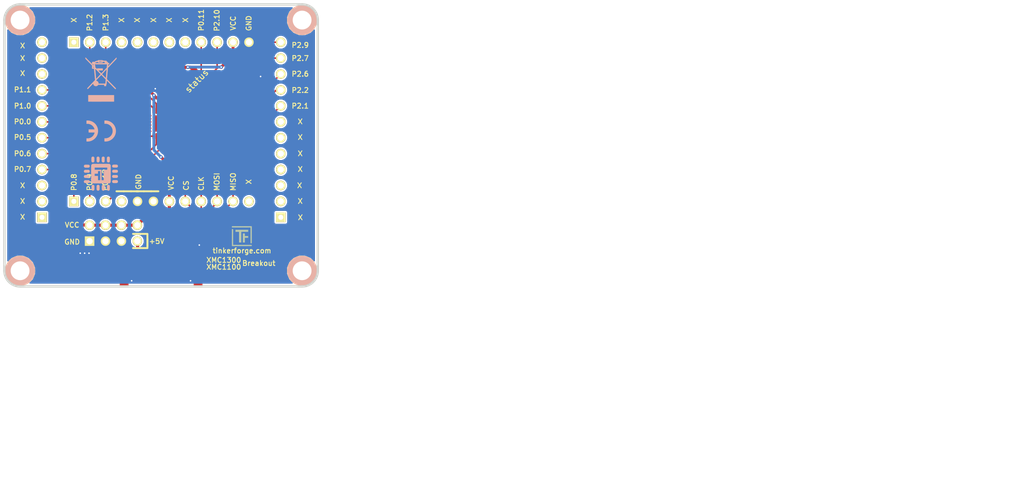
<source format=kicad_pcb>
(kicad_pcb (version 4) (host pcbnew 4.0.2+dfsg1-stable)
  (title_block (title "XMC1400 Breakout Board") (date 2017-02-07) (rev 1.0) (company "Tinkerforge GmbH") (comment 1 "Licensed under CERN OHL v.1.1") (comment 2 "Copyright (©) 2017, B.Nordmeyer <bastian@tinkerforge.com>"))
  (layers (0 Vorderseite signal) (31 Rückseite signal hide) (34 B.Paste user) (35 F.Paste user) (36 B.SilkS user) (37 F.SilkS user) (38 B.Mask user) (39 F.Mask user) (44 Edge.Cuts user))
  (net 0 "")
  (net 1 GND)
  (net 2 VCC)
  (net 3 "Net-(D3-Pad2)")
  (net 4 S-MISO)
  (net 5 S-MOSI)
  (net 6 S-CLK)
  (net 7 S-CS)
  (net 8 Pin13)
  (net 9 Pin14)
  (net 10 Pin15)
  (net 11 Pin16)
  (net 12 Pin21)
  (net 13 Pin22)
  (net 14 Pin1)
  (net 15 Pin12)
  (net 16 Pin11)
  (net 17 Pin10)
  (net 18 Pin9)
  (net 19 Pin8)
  (net 20 Pin7)
  (net 21 Pin6)
  (net 22 Pin5)
  (net 23 Pin4)
  (net 24 Pin3)
  (net 25 Pin2)
  (net 26 Pin48)
  (net 27 Pin39)
  (net 28 Pin40)
  (net 29 Pin43)
  (net 30 Pin44)
  (net 31 Pin45)
  (net 32 Pin46)
  (net 33 Pin47)
  (net 34 Pin41)
  (net 35 Pin42)
  (net 36 Pin29)
  (net 37 Pin30)
  (net 38 Pin31)
  (net 39 Pin32)
  (net 40 Pin33)
  (net 41 Pin34)
  (net 42 Pin35)
  (net 43 Pin36)
  (net 44 Pin26)
  (net 45 +5V)
  (net 46 "Net-(C3-Pad2)")
  (net 47 "Net-(P1-Pad4)")
  (net 48 "Net-(P1-Pad5)")
  (net 49 "Net-(P1-Pad6)")
  (net 50 "Net-(P6-Pad3)")
  (net 51 "Net-(P6-Pad4)")
  (module kicad-libraries:SolderJumper (layer Vorderseite) (at 161.175 95.675 270)
    (fp_text reference P2)
    (fp_text value BOOT)
    (pad 2 smd rect (at 0.55 0 270) (size 0.3 1.4) (layers Vorderseite F.Mask) (net 41 Pin34))
    (pad 2 smd rect (at 0.15 0 270) (size 0.6 0.5) (layers Vorderseite F.Mask) (net 41 Pin34))
    (pad 1 smd rect (at -0.5 0 270) (size 0.4 1.4) (layers Vorderseite F.Mask) (net 1 GND))
    (pad 1 smd rect (at -0.225 0.55 270) (size 0.95 0.3) (layers Vorderseite F.Mask) (net 1 GND))
    (pad 1 smd rect (at -0.225 -0.55 270) (size 0.95 0.3) (layers Vorderseite F.Mask) (net 1 GND))
  )
  (module kicad-libraries:Logo_CoMCU (layer Rückseite) (at 135.7 110.1 180)
    (fp_text reference G*** hide)
    (fp_text value LOGO hide)
  )
  (module kicad-libraries:Fiducial_Mark (layer Vorderseite) (at 131 93)
    (fp_text reference Fiducial_Mark hide)
    (fp_text value VAL** hide)
    (pad 1 smd circle (at 0 0) (size 1.00076 1.00076) (layers Vorderseite F.Paste F.Mask) (clearance 0.65024))
  )
  (module kicad-libraries:Fiducial_Mark (layer Vorderseite) (at 163 86)
    (fp_text reference Fiducial_Mark hide)
    (fp_text value VAL** hide)
    (pad 1 smd circle (at 0 0) (size 1.00076 1.00076) (layers Vorderseite F.Paste F.Mask) (clearance 0.65024))
  )
  (module kicad-libraries:Fiducial_Mark (layer Vorderseite) (at 128 120)
    (fp_text reference Fiducial_Mark hide)
    (fp_text value VAL** hide)
    (pad 1 smd circle (at 0 0) (size 1.00076 1.00076) (layers Vorderseite F.Paste F.Mask) (clearance 0.65024))
  )
  (module kicad-libraries:CE_5mm (layer Rückseite) (at 135.7 103.3 180)
    (fp_text reference VAL hide)
    (fp_text value CE_5mm hide)
  )
  (module kicad-libraries:WEEE_7mm_back (layer Rückseite) (at 135.7 95.1)
    (fp_text reference VAL hide)
    (fp_text value WEEE_7mm_back hide)
  )
  (module kicad-libraries:Logo_31x31 (layer Vorderseite) (at 156.6 118.5)
    (fp_text reference G*** hide)
    (fp_text value Logo_31x31 hide)
  )
  (module C0603F (layer Vorderseite) (at 137.5 124.6 270)
    (fp_text reference C1)
    (fp_text value 10uF)
    (pad 1 smd rect (at -0.75 0 270) (size 0.9 0.9) (layers Vorderseite F.Paste F.Mask) (net 1 GND))
    (pad 2 smd rect (at 0.75 0 270) (size 0.9 0.9) (layers Vorderseite F.Paste F.Mask) (net 2 VCC))
  )
  (module C0603F (layer Vorderseite) (at 133.1 124.6 270)
    (fp_text reference C2)
    (fp_text value 1uF)
    (pad 1 smd rect (at -0.75 0 270) (size 0.9 0.9) (layers Vorderseite F.Paste F.Mask) (net 1 GND))
    (pad 2 smd rect (at 0.75 0 270) (size 0.9 0.9) (layers Vorderseite F.Paste F.Mask) (net 2 VCC))
  )
  (module D0603E (layer Vorderseite) (at 149.95 94.3 225)
    (fp_text reference D3)
    (fp_text value blue)
    (pad 1 smd rect (at -0.8501 0 225) (size 1.1 1) (layers Vorderseite F.Paste F.Mask) (net 2 VCC))
    (pad 2 smd rect (at 0.8501 0 225) (size 1.1 1) (layers Vorderseite F.Paste F.Mask) (net 3 "Net-(D3-Pad2)"))
  )
  (module CON-SENSOR2 (layer Vorderseite) (at 145.3 128.1)
    (fp_text reference P1)
    (fp_text value CON-SENSOR2)
    (pad 1 smd rect (at -3.75 -4.6) (size 0.6 1.8) (layers Vorderseite F.Paste F.Mask) (net 45 +5V))
    (pad 2 smd rect (at -2.5 -4.6) (size 0.6 1.8) (layers Vorderseite F.Paste F.Mask) (net 1 GND))
    (pad EP smd rect (at -5.9 -1.2) (size 1.4 2.4) (layers Vorderseite F.Paste F.Mask) (net 1 GND))
    (pad EP smd rect (at 5.9 -1.2) (size 1.4 2.4) (layers Vorderseite F.Paste F.Mask) (net 1 GND))
    (pad 3 smd rect (at -1.25 -4.6) (size 0.6 1.8) (layers Vorderseite F.Paste F.Mask) (net 2 VCC))
    (pad 4 smd rect (at 0 -4.6) (size 0.6 1.8) (layers Vorderseite F.Paste F.Mask) (net 47 "Net-(P1-Pad4)"))
    (pad 5 smd rect (at 1.25 -4.6) (size 0.6 1.8) (layers Vorderseite F.Paste F.Mask) (net 48 "Net-(P1-Pad5)"))
    (pad 6 smd rect (at 2.5 -4.6) (size 0.6 1.8) (layers Vorderseite F.Paste F.Mask) (net 49 "Net-(P1-Pad6)"))
    (pad 7 smd rect (at 3.75 -4.6) (size 0.6 1.8) (layers Vorderseite F.Paste F.Mask) (net 46 "Net-(C3-Pad2)"))
  )
  (module R0603F (layer Vorderseite) (at 147.8 96.475 45)
    (fp_text reference R1)
    (fp_text value 1k)
    (pad 1 smd rect (at -0.75 0 45) (size 0.9 0.9) (layers Vorderseite F.Paste F.Mask) (net 28 Pin40))
    (pad 2 smd rect (at 0.75 0 45) (size 0.9 0.9) (layers Vorderseite F.Paste F.Mask) (net 3 "Net-(D3-Pad2)"))
  )
  (module DRILL_NP (layer Vorderseite) (at 122.8 85.6 270)
    (fp_text reference U2 hide)
    (fp_text value DRILL hide)
    (pad "" np_thru_hole circle (at 0 0 270) (size 2.99974 2.99974) (drill 2.99974) (layers *.Cu *.Mask F.SilkS) (clearance 0.89916))
  )
  (module DRILL_NP (layer Vorderseite) (at 122.8 125.6 90)
    (fp_text reference U3 hide)
    (fp_text value DRILL hide)
    (pad "" np_thru_hole circle (at 0 0 90) (size 2.99974 2.99974) (drill 2.99974) (layers *.Cu *.Mask F.SilkS) (clearance 0.89916))
  )
  (module DRILL_NP (layer Vorderseite) (at 167.8 125.6 90)
    (fp_text reference U4 hide)
    (fp_text value DRILL hide)
    (pad "" np_thru_hole circle (at 0 0 90) (size 2.99974 2.99974) (drill 2.99974) (layers *.Cu *.Mask F.SilkS) (clearance 0.89916))
  )
  (module DRILL_NP (layer Vorderseite) (at 167.8 85.6)
    (fp_text reference U5 hide)
    (fp_text value DRILL hide)
    (pad "" np_thru_hole circle (at 0 0) (size 2.99974 2.99974) (drill 2.99974) (layers *.Cu *.Mask F.SilkS) (clearance 0.89916))
  )
  (module kicad-libraries:pin_array_12 (layer Vorderseite) (at 145.35 89.13)
    (fp_text reference P3)
    (fp_text value CONN_01X12)
    (pad 1 thru_hole rect (at -13.97 0) (size 1.524 1.524) (drill 0.8128) (layers *.Cu *.Mask F.SilkS) (net 26 Pin48))
    (pad 2 thru_hole circle (at -11.43 0) (size 1.524 1.524) (drill 1.016) (layers *.Cu *.Mask F.SilkS) (net 33 Pin47))
    (pad 3 thru_hole circle (at -8.89 0) (size 1.524 1.524) (drill 1.016) (layers *.Cu *.Mask F.SilkS) (net 32 Pin46))
    (pad 4 thru_hole circle (at -6.35 0) (size 1.524 1.524) (drill 1.016) (layers *.Cu *.Mask F.SilkS) (net 31 Pin45))
    (pad 5 thru_hole circle (at -3.81 0) (size 1.524 1.524) (drill 1.016) (layers *.Cu *.Mask F.SilkS) (net 30 Pin44))
    (pad 6 thru_hole circle (at -1.27 0) (size 1.524 1.524) (drill 1.016) (layers *.Cu *.Mask F.SilkS) (net 29 Pin43))
    (pad 7 thru_hole circle (at 1.27 0) (size 1.524 1.524) (drill 1.016) (layers *.Cu *.Mask F.SilkS) (net 35 Pin42))
    (pad 8 thru_hole circle (at 3.81 0) (size 1.524 1.524) (drill 1.016) (layers *.Cu *.Mask F.SilkS) (net 34 Pin41))
    (pad 9 thru_hole circle (at 6.35 0) (size 1.524 1.524) (drill 1.016) (layers *.Cu *.Mask F.SilkS) (net 28 Pin40))
    (pad 10 thru_hole circle (at 8.89 0) (size 1.524 1.524) (drill 1.016) (layers *.Cu *.Mask F.SilkS) (net 27 Pin39))
    (pad 11 thru_hole circle (at 11.43 0) (size 1.524 1.524) (drill 1.016) (layers *.Cu *.Mask F.SilkS) (net 2 VCC))
    (pad 12 thru_hole circle (at 13.97 0) (size 1.524 1.524) (drill 1.016) (layers *.Cu *.Mask F.SilkS) (net 1 GND))
  )
  (module kicad-libraries:pin_array_12 (layer Vorderseite) (at 126.3 103.1 90)
    (fp_text reference P4)
    (fp_text value CONN_01X12)
    (pad 1 thru_hole rect (at -13.97 0 90) (size 1.524 1.524) (drill 0.8128) (layers *.Cu *.Mask F.SilkS) (net 15 Pin12))
    (pad 2 thru_hole circle (at -11.43 0 90) (size 1.524 1.524) (drill 1.016) (layers *.Cu *.Mask F.SilkS) (net 16 Pin11))
    (pad 3 thru_hole circle (at -8.89 0 90) (size 1.524 1.524) (drill 1.016) (layers *.Cu *.Mask F.SilkS) (net 17 Pin10))
    (pad 4 thru_hole circle (at -6.35 0 90) (size 1.524 1.524) (drill 1.016) (layers *.Cu *.Mask F.SilkS) (net 18 Pin9))
    (pad 5 thru_hole circle (at -3.81 0 90) (size 1.524 1.524) (drill 1.016) (layers *.Cu *.Mask F.SilkS) (net 19 Pin8))
    (pad 6 thru_hole circle (at -1.27 0 90) (size 1.524 1.524) (drill 1.016) (layers *.Cu *.Mask F.SilkS) (net 20 Pin7))
    (pad 7 thru_hole circle (at 1.27 0 90) (size 1.524 1.524) (drill 1.016) (layers *.Cu *.Mask F.SilkS) (net 21 Pin6))
    (pad 8 thru_hole circle (at 3.81 0 90) (size 1.524 1.524) (drill 1.016) (layers *.Cu *.Mask F.SilkS) (net 22 Pin5))
    (pad 9 thru_hole circle (at 6.35 0 90) (size 1.524 1.524) (drill 1.016) (layers *.Cu *.Mask F.SilkS) (net 23 Pin4))
    (pad 10 thru_hole circle (at 8.89 0 90) (size 1.524 1.524) (drill 1.016) (layers *.Cu *.Mask F.SilkS) (net 24 Pin3))
    (pad 11 thru_hole circle (at 11.43 0 90) (size 1.524 1.524) (drill 1.016) (layers *.Cu *.Mask F.SilkS) (net 25 Pin2))
    (pad 12 thru_hole circle (at 13.97 0 90) (size 1.524 1.524) (drill 1.016) (layers *.Cu *.Mask F.SilkS) (net 14 Pin1))
  )
  (module kicad-libraries:pin_array_12 (layer Vorderseite) (at 145.35 114.53)
    (fp_text reference P5)
    (fp_text value CONN_01X12)
    (pad 1 thru_hole rect (at -13.97 0) (size 1.524 1.524) (drill 0.8128) (layers *.Cu *.Mask F.SilkS) (net 8 Pin13))
    (pad 2 thru_hole circle (at -11.43 0) (size 1.524 1.524) (drill 1.016) (layers *.Cu *.Mask F.SilkS) (net 9 Pin14))
    (pad 3 thru_hole circle (at -8.89 0) (size 1.524 1.524) (drill 1.016) (layers *.Cu *.Mask F.SilkS) (net 10 Pin15))
    (pad 4 thru_hole circle (at -6.35 0) (size 1.524 1.524) (drill 1.016) (layers *.Cu *.Mask F.SilkS) (net 11 Pin16))
    (pad 5 thru_hole circle (at -3.81 0) (size 1.524 1.524) (drill 1.016) (layers *.Cu *.Mask F.SilkS) (net 1 GND))
    (pad 6 thru_hole circle (at -1.27 0) (size 1.524 1.524) (drill 1.016) (layers *.Cu *.Mask F.SilkS) (net 1 GND))
    (pad 7 thru_hole circle (at 1.27 0) (size 1.524 1.524) (drill 1.016) (layers *.Cu *.Mask F.SilkS) (net 2 VCC))
    (pad 8 thru_hole circle (at 3.81 0) (size 1.524 1.524) (drill 1.016) (layers *.Cu *.Mask F.SilkS) (net 7 S-CS))
    (pad 9 thru_hole circle (at 6.35 0) (size 1.524 1.524) (drill 1.016) (layers *.Cu *.Mask F.SilkS) (net 6 S-CLK))
    (pad 10 thru_hole circle (at 8.89 0) (size 1.524 1.524) (drill 1.016) (layers *.Cu *.Mask F.SilkS) (net 5 S-MOSI))
    (pad 11 thru_hole circle (at 11.43 0) (size 1.524 1.524) (drill 1.016) (layers *.Cu *.Mask F.SilkS) (net 4 S-MISO))
    (pad 12 thru_hole circle (at 13.97 0) (size 1.524 1.524) (drill 1.016) (layers *.Cu *.Mask F.SilkS) (net 12 Pin21))
  )
  (module kicad-libraries:pin_array_12 (layer Vorderseite) (at 164.4 103.1 90)
    (fp_text reference P6)
    (fp_text value CONN_01X12)
    (pad 1 thru_hole rect (at -13.97 0 90) (size 1.524 1.524) (drill 0.8128) (layers *.Cu *.Mask F.SilkS) (net 13 Pin22))
    (pad 2 thru_hole circle (at -11.43 0 90) (size 1.524 1.524) (drill 1.016) (layers *.Cu *.Mask F.SilkS) (net 44 Pin26))
    (pad 3 thru_hole circle (at -8.89 0 90) (size 1.524 1.524) (drill 1.016) (layers *.Cu *.Mask F.SilkS) (net 50 "Net-(P6-Pad3)"))
    (pad 4 thru_hole circle (at -6.35 0 90) (size 1.524 1.524) (drill 1.016) (layers *.Cu *.Mask F.SilkS) (net 51 "Net-(P6-Pad4)"))
    (pad 5 thru_hole circle (at -3.81 0 90) (size 1.524 1.524) (drill 1.016) (layers *.Cu *.Mask F.SilkS) (net 36 Pin29))
    (pad 6 thru_hole circle (at -1.27 0 90) (size 1.524 1.524) (drill 1.016) (layers *.Cu *.Mask F.SilkS) (net 37 Pin30))
    (pad 7 thru_hole circle (at 1.27 0 90) (size 1.524 1.524) (drill 1.016) (layers *.Cu *.Mask F.SilkS) (net 38 Pin31))
    (pad 8 thru_hole circle (at 3.81 0 90) (size 1.524 1.524) (drill 1.016) (layers *.Cu *.Mask F.SilkS) (net 39 Pin32))
    (pad 9 thru_hole circle (at 6.35 0 90) (size 1.524 1.524) (drill 1.016) (layers *.Cu *.Mask F.SilkS) (net 40 Pin33))
    (pad 10 thru_hole circle (at 8.89 0 90) (size 1.524 1.524) (drill 1.016) (layers *.Cu *.Mask F.SilkS) (net 41 Pin34))
    (pad 11 thru_hole circle (at 11.43 0 90) (size 1.524 1.524) (drill 1.016) (layers *.Cu *.Mask F.SilkS) (net 42 Pin35))
    (pad 12 thru_hole circle (at 13.97 0 90) (size 1.524 1.524) (drill 1.016) (layers *.Cu *.Mask F.SilkS) (net 43 Pin36))
  )
  (module kicad-libraries:pin_array_4x2 (layer Vorderseite) (at 137.7 119.6)
    (fp_text reference P7)
    (fp_text value CONN_02X04 hide)
    (pad 1 thru_hole rect (at -3.81 1.27) (size 1.524 1.524) (drill 1.016) (layers *.Cu *.Mask F.SilkS) (net 1 GND))
    (pad 2 thru_hole circle (at -3.81 -1.27) (size 1.524 1.524) (drill 1.016) (layers *.Cu *.Mask F.SilkS) (net 2 VCC))
    (pad 3 thru_hole circle (at -1.27 1.27) (size 1.524 1.524) (drill 1.016) (layers *.Cu *.Mask F.SilkS) (net 1 GND))
    (pad 4 thru_hole circle (at -1.27 -1.27) (size 1.524 1.524) (drill 1.016) (layers *.Cu *.Mask F.SilkS) (net 2 VCC))
    (pad 5 thru_hole circle (at 1.27 1.27) (size 1.524 1.524) (drill 1.016) (layers *.Cu *.Mask F.SilkS) (net 1 GND))
    (pad 6 thru_hole circle (at 1.27 -1.27) (size 1.524 1.524) (drill 1.016) (layers *.Cu *.Mask F.SilkS) (net 2 VCC))
    (pad 7 thru_hole circle (at 3.81 1.27) (size 1.524 1.524) (drill 1.016) (layers *.Cu *.Mask F.SilkS) (net 45 +5V))
    (pad 8 thru_hole circle (at 3.81 -1.27) (size 1.524 1.524) (drill 1.016) (layers *.Cu *.Mask F.SilkS) (net 2 VCC))
  )
  (module C0603F (layer Vorderseite) (at 149.8 121.5 180)
    (fp_text reference C3)
    (fp_text value 220pF)
    (pad 1 smd rect (at -0.75 0 180) (size 0.9 0.9) (layers Vorderseite F.Paste F.Mask) (net 1 GND))
    (pad 2 smd rect (at 0.75 0 180) (size 0.9 0.9) (layers Vorderseite F.Paste F.Mask) (net 46 "Net-(C3-Pad2)"))
  )
  (module 4X0402 (layer Vorderseite) (at 149.6 119 135)
    (fp_text reference RP1)
    (fp_text value 82)
    (pad 1 smd rect (at -0.7493 0.575 315) (size 0.29972 0.65) (layers Vorderseite F.Paste F.Mask) (net 4 S-MISO))
    (pad 2 smd rect (at -0.24892 0.575 315) (size 0.29972 0.65) (layers Vorderseite F.Paste F.Mask) (net 5 S-MOSI))
    (pad 3 smd rect (at 0.24892 0.575 315) (size 0.29972 0.65) (layers Vorderseite F.Paste F.Mask) (net 6 S-CLK))
    (pad 4 smd rect (at 0.7493 0.575 315) (size 0.29972 0.65) (layers Vorderseite F.Paste F.Mask) (net 7 S-CS))
    (pad 5 smd rect (at 0.7493 -0.575 135) (size 0.29972 0.65) (layers Vorderseite F.Paste F.Mask) (net 47 "Net-(P1-Pad4)"))
    (pad 6 smd rect (at 0.24892 -0.575 135) (size 0.29972 0.65) (layers Vorderseite F.Paste F.Mask) (net 48 "Net-(P1-Pad5)"))
    (pad 7 smd rect (at -0.24892 -0.575 135) (size 0.29972 0.65) (layers Vorderseite F.Paste F.Mask) (net 49 "Net-(P1-Pad6)"))
    (pad 8 smd rect (at -0.7493 -0.575 135) (size 0.29972 0.65) (layers Vorderseite F.Paste F.Mask) (net 46 "Net-(C3-Pad2)"))
  )
  (module kicad-libraries:QFN24-4x4mm-0.5mm (layer Vorderseite) (at 145.3 102.1 180)
    (fp_text reference U1)
    (fp_text value XMC1XXX24)
    (pad 1 smd oval (at -2.025 -1.25 180) (size 1 0.3) (layers Vorderseite F.Paste F.Mask) (net 4 S-MISO))
    (pad 2 smd oval (at -2.025 -0.75 180) (size 1 0.3) (layers Vorderseite F.Paste F.Mask) (net 39 Pin32))
    (pad 3 smd oval (at -2.025 -0.25 180) (size 1 0.3) (layers Vorderseite F.Paste F.Mask) (net 40 Pin33))
    (pad 4 smd oval (at -2.025 0.25 180) (size 1 0.3) (layers Vorderseite F.Paste F.Mask) (net 41 Pin34))
    (pad 5 smd oval (at -2.025 0.75 180) (size 1 0.3) (layers Vorderseite F.Paste F.Mask) (net 42 Pin35))
    (pad 6 smd oval (at -2.025 1.25 180) (size 1 0.3) (layers Vorderseite F.Paste F.Mask) (net 43 Pin36))
    (pad 7 smd oval (at -1.25 2.025 270) (size 1 0.3) (layers Vorderseite F.Paste F.Mask) (net 27 Pin39))
    (pad 8 smd oval (at -0.75 2.025 270) (size 1 0.3) (layers Vorderseite F.Paste F.Mask) (net 28 Pin40))
    (pad 9 smd oval (at -0.25 2.025 270) (size 1 0.3) (layers Vorderseite F.Paste F.Mask) (net 1 GND))
    (pad 10 smd oval (at 0.25 2.025 270) (size 1 0.3) (layers Vorderseite F.Paste F.Mask) (net 2 VCC))
    (pad 11 smd oval (at 0.75 2.025 270) (size 1 0.3) (layers Vorderseite F.Paste F.Mask) (net 32 Pin46))
    (pad 12 smd oval (at 1.25 2.025 270) (size 1 0.3) (layers Vorderseite F.Paste F.Mask) (net 33 Pin47))
    (pad 13 smd oval (at 2.025 1.25 180) (size 1 0.3) (layers Vorderseite F.Paste F.Mask) (net 23 Pin4))
    (pad 14 smd oval (at 2.025 0.75 180) (size 1 0.3) (layers Vorderseite F.Paste F.Mask) (net 22 Pin5))
    (pad 15 smd oval (at 2.025 0.25 180) (size 1 0.3) (layers Vorderseite F.Paste F.Mask) (net 21 Pin6))
    (pad 16 smd oval (at 2.025 -0.25 180) (size 1 0.3) (layers Vorderseite F.Paste F.Mask) (net 20 Pin7))
    (pad 17 smd oval (at 2.025 -0.75 180) (size 1 0.3) (layers Vorderseite F.Paste F.Mask) (net 19 Pin8))
    (pad 18 smd oval (at 2.025 -1.25 180) (size 1 0.3) (layers Vorderseite F.Paste F.Mask) (net 18 Pin9))
    (pad 19 smd oval (at 1.25 -2.025 270) (size 1 0.3) (layers Vorderseite F.Paste F.Mask) (net 8 Pin13))
    (pad 20 smd oval (at 0.75 -2.025 270) (size 1 0.3) (layers Vorderseite F.Paste F.Mask) (net 9 Pin14))
    (pad 21 smd oval (at 0.25 -2.025 270) (size 1 0.3) (layers Vorderseite F.Paste F.Mask) (net 10 Pin15))
    (pad 22 smd oval (at -0.25 -2.025 270) (size 1 0.3) (layers Vorderseite F.Paste F.Mask) (net 7 S-CS))
    (pad 23 smd oval (at -0.75 -2.025 270) (size 1 0.3) (layers Vorderseite F.Paste F.Mask) (net 6 S-CLK))
    (pad 24 smd oval (at -1.25 -2.025 270) (size 1 0.3) (layers Vorderseite F.Paste F.Mask) (net 5 S-MOSI))
    (pad EXP smd rect (at 0.65 0.65 180) (size 1.3 1.3) (layers Vorderseite F.Paste F.Mask) (net 1 GND))
    (pad EXP smd rect (at 0.65 -0.65 180) (size 1.3 1.3) (layers Vorderseite F.Paste F.Mask) (net 1 GND))
    (pad EXP smd rect (at -0.65 0.65 180) (size 1.3 1.3) (layers Vorderseite F.Paste F.Mask) (net 1 GND))
    (pad EXP smd rect (at -0.65 -0.65 180) (size 1.3 1.3) (layers Vorderseite F.Paste F.Mask) (net 1 GND))
  )
  (module C0603F (layer Vorderseite) (at 145.3 97.3 90)
    (fp_text reference C4)
    (fp_text value 100nF)
    (pad 1 smd rect (at -0.75 0 90) (size 0.9 0.9) (layers Vorderseite F.Paste F.Mask) (net 2 VCC))
    (pad 2 smd rect (at 0.75 0 90) (size 0.9 0.9) (layers Vorderseite F.Paste F.Mask) (net 1 GND))
  )
  (gr_text status (at 150.99 95.31 45) (layer F.SilkS) (effects (font (size 1 1))))
  (gr_text ___ (at 139.925 111.8) (layer F.SilkS) (effects (font (size 2.032 1.524) (thickness 0.3048))))
  (gr_text P1.3 (at 136.475 86 90) (layer F.SilkS) (effects (font (size 0.8 0.8))))
  (gr_text P0.11 (at 151.7 85.6 90) (layer F.SilkS) (effects (font (size 0.8 0.8))))
  (gr_text "Breakout\n" (at 160.9 124.4) (layer F.SilkS) (effects (font (size 0.8 0.8))))
  (gr_text "XMC1100\n" (at 155.3 125) (layer F.SilkS) (effects (font (size 0.8 0.8))))
  (gr_text _ (at 141.4 123.1 180) (layer F.SilkS) (effects (font (size 2.032 1.524) (thickness 0.3048))))
  (gr_text _ (at 141.4 118.6) (layer F.SilkS) (effects (font (size 2.032 1.524) (thickness 0.3048))))
  (gr_text _ (at 142.5 118.6) (layer F.SilkS) (effects (font (size 2.032 1.524) (thickness 0.3048))))
  (gr_text _ (at 142 121.4 90) (layer F.SilkS) (effects (font (size 2.032 1.524) (thickness 0.3048))))
  (gr_text _ (at 142.5 123.1 180) (layer F.SilkS) (effects (font (size 2.032 1.524) (thickness 0.3048))))
  (gr_text _ (at 142 120.3 90) (layer F.SilkS) (effects (font (size 2.032 1.524) (thickness 0.3048))))
  (gr_text _ (at 142 121.1 90) (layer F.SilkS) (effects (font (size 2.032 1.524) (thickness 0.3048))))
  (gr_text +5V (at 144.6 120.9) (layer F.SilkS) (effects (font (size 0.8 0.8))))
  (gr_text VCC (at 131.1 118.3) (layer F.SilkS) (effects (font (size 0.8 0.8))))
  (gr_text "GND\n" (at 131.1 121) (layer F.SilkS) (effects (font (size 0.8 0.8))))
  (gr_text ___ (at 143.125 111.8) (layer F.SilkS) (effects (font (size 2.032 1.524) (thickness 0.3048))))
  (gr_line (start 170.3 85.6) (end 170.3 125.6) (angle 90) (layer Edge.Cuts) (width 0.381))
  (gr_line (start 120.3 125.6) (end 120.3 85.6) (angle 90) (layer Edge.Cuts) (width 0.381))
  (gr_text X (at 167.525 117.1) (layer F.SilkS) (effects (font (size 0.8 0.8))))
  (gr_text X (at 167.5 114.5) (layer F.SilkS) (effects (font (size 0.8 0.8))))
  (gr_text X (at 167.5 109.4) (layer F.SilkS) (effects (font (size 0.8 0.8))))
  (gr_text X (at 167.5 106.9) (layer F.SilkS) (effects (font (size 0.8 0.8))))
  (gr_text X (at 167.5 104.3) (layer F.SilkS) (effects (font (size 0.8 0.8))))
  (gr_text X (at 167.5 101.8) (layer F.SilkS) (effects (font (size 0.8 0.8))))
  (gr_text P2.1 (at 167.5 99.3) (layer F.SilkS) (effects (font (size 0.8 0.8))))
  (gr_text P2.2 (at 167.5 96.8) (layer F.SilkS) (effects (font (size 0.8 0.8))))
  (gr_text "P2.6\n" (at 167.5 94.2) (layer F.SilkS) (effects (font (size 0.8 0.8))))
  (gr_text P2.7 (at 167.5 91.7) (layer F.SilkS) (effects (font (size 0.8 0.8))))
  (gr_text P2.9 (at 167.5 89.6) (layer F.SilkS) (effects (font (size 0.8 0.8))))
  (gr_text X (at 123.2 117.025) (layer F.SilkS) (effects (font (size 0.8 0.8))))
  (gr_text X (at 123.2 114.5) (layer F.SilkS) (effects (font (size 0.8 0.8))))
  (gr_text X (at 123.2 112) (layer F.SilkS) (effects (font (size 0.8 0.8))))
  (gr_text P0.7 (at 123.2 109.4) (layer F.SilkS) (effects (font (size 0.8 0.8))))
  (gr_text P0.6 (at 123.2 106.9) (layer F.SilkS) (effects (font (size 0.8 0.8))))
  (gr_text P0.5 (at 123.2 104.3) (layer F.SilkS) (effects (font (size 0.8 0.8))))
  (gr_text P0.0 (at 123.2 101.8) (layer F.SilkS) (effects (font (size 0.8 0.8))))
  (gr_text P1.0 (at 123.2 99.3) (layer F.SilkS) (effects (font (size 0.8 0.8))))
  (gr_text P1.1 (at 123.2 96.7) (layer F.SilkS) (effects (font (size 0.8 0.8))))
  (gr_text X (at 123.2 94.1) (layer F.SilkS) (effects (font (size 0.8 0.8))))
  (gr_text X (at 123.2 91.7) (layer F.SilkS) (effects (font (size 0.8 0.8))))
  (gr_text X (at 123.2 89.7) (layer F.SilkS) (effects (font (size 0.8 0.8))))
  (gr_text "P1.2\n" (at 133.9 86 90) (layer F.SilkS) (effects (font (size 0.8 0.8))))
  (gr_text X (at 131.4 85.6 90) (layer F.SilkS) (effects (font (size 0.8 0.8))))
  (gr_text X (at 139 85.6 90) (layer F.SilkS) (effects (font (size 0.8 0.8))))
  (gr_text X (at 141.5 85.6 90) (layer F.SilkS) (effects (font (size 0.8 0.8))))
  (gr_text X (at 144.1 85.6 90) (layer F.SilkS) (effects (font (size 0.8 0.8))))
  (gr_text X (at 146.6 85.6 90) (layer F.SilkS) (effects (font (size 0.8 0.8))))
  (gr_text X (at 149.2 85.6 90) (layer F.SilkS) (effects (font (size 0.8 0.8))))
  (gr_text P2.10 (at 154.2 85.65 90) (layer F.SilkS) (effects (font (size 0.8 0.8))))
  (gr_text "P0.8\n" (at 131.4 111.475 90) (layer F.SilkS) (effects (font (size 0.8 0.8))))
  (gr_text P0.9 (at 133.9 111.475 90) (layer F.SilkS) (effects (font (size 0.8 0.8))))
  (gr_text P0.12 (at 136.4 111.1 90) (layer F.SilkS) (effects (font (size 0.8 0.8))))
  (gr_text X (at 159.3 111.4 90) (layer F.SilkS) (effects (font (size 0.8 0.8))))
  (gr_text MISO (at 156.8 111.4 90) (layer F.SilkS) (effects (font (size 0.8 0.8))))
  (gr_text MOSI (at 154.2 111.4 90) (layer F.SilkS) (effects (font (size 0.8 0.8))))
  (gr_text CLK (at 151.7 111.7 90) (layer F.SilkS) (effects (font (size 0.8 0.8))))
  (gr_text CS (at 149.3 112 90) (layer F.SilkS) (effects (font (size 0.8 0.8))))
  (gr_text VCC (at 146.9 111.6 90) (layer F.SilkS) (effects (font (size 0.8 0.8))))
  (gr_text "GND\n" (at 159.3 86.1 90) (layer F.SilkS) (effects (font (size 0.8 0.8))))
  (gr_text VCC (at 156.8 86.1 90) (layer F.SilkS) (effects (font (size 0.8 0.8))))
  (gr_text X (at 167.4 112) (layer F.SilkS) (effects (font (size 0.8 0.8))))
  (gr_text "GND\n" (at 141.7 111.4 90) (layer F.SilkS) (effects (font (size 0.8 0.8))))
  (gr_text "XMC1300\n" (at 155.3 123.9) (layer F.SilkS) (effects (font (size 0.8 0.8))))
  (gr_arc (start 167.8 85.6) (end 167.8 83.1) (angle 90) (layer Edge.Cuts) (width 0.381))
  (gr_line (start 122.8 83.1) (end 167.8 83.1) (angle 90) (layer Edge.Cuts) (width 0.381))
  (gr_arc (start 167.8 125.6) (end 170.3 125.6) (angle 90) (layer Edge.Cuts) (width 0.381))
  (gr_line (start 167.8 128.1) (end 122.8 128.1) (angle 90) (layer Edge.Cuts) (width 0.381))
  (gr_arc (start 122.8 125.6) (end 122.8 128.1) (angle 90) (layer Edge.Cuts) (width 0.381))
  (gr_arc (start 122.8 85.6) (end 120.3 85.6) (angle 90) (layer Edge.Cuts) (width 0.381))
  (gr_text tinkerforge.com (at 158.2 122.4) (layer F.SilkS) (effects (font (size 0.8001 0.8001) (thickness 0.14986))))
  (segment (start 145.55 100.075) (end 145.55 101.05) (width 0.2) (layer Vorderseite) (net 1))
  (segment (start 145.55 101.05) (end 145.95 101.45) (width 0.2) (layer Vorderseite) (net 1))
  (segment (start 145.95 101.45) (end 144.65 102.75) (width 0.2) (layer Vorderseite) (net 1))
  (segment (start 144.65 102.75) (end 144.65 101.45) (width 0.2) (layer Vorderseite) (net 1))
  (segment (start 144.65 101.45) (end 145.95 101.45) (width 0.2) (layer Vorderseite) (net 1))
  (segment (start 145.95 101.45) (end 145.95 102.75) (width 0.2) (layer Vorderseite) (net 1))
  (segment (start 145.95 102.75) (end 144.65 102.75) (width 0.2) (layer Vorderseite) (net 1))
  (segment (start 161.18 95.18) (end 161.175 95.175) (width 0.2) (layer Vorderseite) (net 1))
  (segment (start 161.71 95.18) (end 161.18 95.18) (width 0.2) (layer Vorderseite) (net 1))
  (segment (start 161.725 95.195) (end 161.71 95.18) (width 0.2) (layer Vorderseite) (net 1))
  (segment (start 161.725 95.45) (end 161.725 95.195) (width 0.2) (layer Vorderseite) (net 1))
  (segment (start 160.625 95.45) (end 160.625 95.215) (width 0.2) (layer Vorderseite) (net 1))
  (segment (start 160.625 95.215) (end 160.65 95.19) (width 0.2) (layer Vorderseite) (net 1))
  (segment (start 160.65 95.19) (end 161.19 95.19) (width 0.2) (layer Vorderseite) (net 1))
  (segment (start 161.19 95.19) (end 161.175 95.175) (width 0.2) (layer Vorderseite) (net 1))
  (segment (start 161.175 95.175) (end 161.175 94.6) (width 0.29972) (layer Vorderseite) (net 1))
  (via (at 161.175 94.6) (size 0.55) (drill 0.25) (layers Vorderseite Rückseite) (net 1))
  (segment (start 145.3 96.55) (end 144.375 96.55) (width 0.5) (layer Vorderseite) (net 1))
  (via (at 144.375 96.55) (size 0.55) (drill 0.25) (layers Vorderseite Rückseite) (net 1))
  (segment (start 145.55 100.075) (end 145.55 99.15) (width 0.25) (layer Vorderseite) (net 1))
  (segment (start 146.1 97.35) (end 145.3 96.55) (width 0.25) (layer Vorderseite) (net 1))
  (segment (start 146.1 98.9) (end 146.1 97.35) (width 0.25) (layer Vorderseite) (net 1))
  (segment (start 146.075 98.925) (end 146.1 98.9) (width 0.25) (layer Vorderseite) (net 1))
  (segment (start 145.775 98.925) (end 146.075 98.925) (width 0.25) (layer Vorderseite) (net 1))
  (segment (start 145.55 99.15) (end 145.775 98.925) (width 0.25) (layer Vorderseite) (net 1))
  (segment (start 150.55 121.5) (end 151.4 121.5) (width 0.5) (layer Vorderseite) (net 1))
  (via (at 151.4 121.5) (size 0.55) (drill 0.25) (layers Vorderseite Rückseite) (net 1))
  (segment (start 151.09882 127.20084) (end 150.00084 127.20084) (width 0.5) (layer Vorderseite) (net 1))
  (via (at 150 127.2) (size 0.55) (drill 0.25) (layers Vorderseite Rückseite) (net 1))
  (segment (start 150.00084 127.20084) (end 150 127.2) (width 0.5) (layer Vorderseite) (net 1))
  (segment (start 139.50118 127.20084) (end 140.59916 127.20084) (width 0.5) (layer Vorderseite) (net 1))
  (via (at 140.6 127.2) (size 0.55) (drill 0.25) (layers Vorderseite Rückseite) (net 1))
  (segment (start 140.59916 127.20084) (end 140.6 127.2) (width 0.5) (layer Vorderseite) (net 1))
  (segment (start 142.8 123.5) (end 142.8 124.7) (width 0.5) (layer Vorderseite) (net 1))
  (segment (start 139.9499 123.7499) (end 137.5 123.7499) (width 0.5) (layer Vorderseite) (net 1))
  (segment (start 141.1 124.9) (end 139.9499 123.7499) (width 0.5) (layer Vorderseite) (net 1))
  (segment (start 142.6 124.9) (end 141.1 124.9) (width 0.5) (layer Vorderseite) (net 1))
  (segment (start 142.8 124.7) (end 142.6 124.9) (width 0.5) (layer Vorderseite) (net 1))
  (segment (start 133.1 123.7499) (end 133.1 123.7) (width 0.7) (layer Vorderseite) (net 1))
  (segment (start 133.1 123.7) (end 133.8 123) (width 0.7) (layer Vorderseite) (net 1))
  (via (at 133.8 122.8) (size 0.55) (drill 0.25) (layers Vorderseite Rückseite) (net 1))
  (segment (start 133.8 123) (end 133.8 122.8) (width 0.7) (layer Vorderseite) (net 1))
  (segment (start 133.1 123.7499) (end 133.0499 123.7499) (width 0.7) (layer Vorderseite) (net 1))
  (segment (start 133.0499 123.7499) (end 132.4 123.1) (width 0.7) (layer Vorderseite) (net 1))
  (via (at 132.4 122.8) (size 0.55) (drill 0.25) (layers Vorderseite Rückseite) (net 1))
  (segment (start 132.4 123.1) (end 132.4 122.8) (width 0.7) (layer Vorderseite) (net 1))
  (segment (start 133.1 123.7499) (end 133.1 122.8) (width 0.7) (layer Vorderseite) (net 1))
  (via (at 133.1 122.8) (size 0.55) (drill 0.25) (layers Vorderseite Rückseite) (net 1))
  (segment (start 133.1 123.7499) (end 137.5 123.7499) (width 0.7) (layer Vorderseite) (net 1))
  (via (at 149.575 93.125) (size 0.55) (drill 0.25) (layers Vorderseite Rückseite) (net 2))
  (segment (start 156.78 89.13) (end 156.78 91.22) (width 0.45) (layer Vorderseite) (net 2))
  (segment (start 154.9 93.1) (end 156.78 91.22) (width 0.45) (layer Vorderseite) (net 2))
  (via (at 154.9 93.1) (size 0.55) (drill 0.25) (layers Vorderseite Rückseite) (net 2))
  (segment (start 149.6 93.1) (end 154.9 93.1) (width 0.45) (layer Rückseite) (net 2))
  (segment (start 149.6 93.1) (end 149.575 93.125) (width 0.45) (layer Rückseite) (net 2))
  (segment (start 144.15 97.6) (end 144.15 97.575) (width 0.45) (layer Vorderseite) (net 2))
  (segment (start 149.977222 93.125) (end 150.551111 93.698889) (width 0.45) (layer Vorderseite) (net 2))
  (segment (start 149.175 93.125) (end 149.575 93.125) (width 0.45) (layer Vorderseite) (net 2))
  (segment (start 149.575 93.125) (end 149.977222 93.125) (width 0.45) (layer Vorderseite) (net 2))
  (segment (start 147.075 95.225) (end 149.175 93.125) (width 0.45) (layer Vorderseite) (net 2))
  (segment (start 144.2 95.225) (end 147.075 95.225) (width 0.45) (layer Vorderseite) (net 2))
  (segment (start 143.625 95.8) (end 144.2 95.225) (width 0.45) (layer Vorderseite) (net 2))
  (segment (start 143.625 97.05) (end 143.625 95.8) (width 0.45) (layer Vorderseite) (net 2))
  (segment (start 144.15 97.575) (end 143.625 97.05) (width 0.45) (layer Vorderseite) (net 2))
  (segment (start 146.62 114.53) (end 146.62 108.795) (width 0.45) (layer Vorderseite) (net 2))
  (segment (start 144.6 98.05) (end 145.3 98.05) (width 0.45) (layer Vorderseite) (net 2))
  (segment (start 144.15 97.6) (end 144.6 98.05) (width 0.45) (layer Vorderseite) (net 2))
  (via (at 144.15 97.6) (size 0.55) (drill 0.25) (layers Vorderseite Rückseite) (net 2))
  (segment (start 144.15 106.325) (end 144.15 97.6) (width 0.45) (layer Rückseite) (net 2))
  (segment (start 145.275 107.45) (end 144.15 106.325) (width 0.45) (layer Rückseite) (net 2))
  (via (at 145.275 107.45) (size 0.55) (drill 0.25) (layers Vorderseite Rückseite) (net 2))
  (segment (start 146.62 108.795) (end 145.275 107.45) (width 0.45) (layer Vorderseite) (net 2))
  (segment (start 145.05 100.075) (end 145.05 99.05) (width 0.25) (layer Vorderseite) (net 2))
  (segment (start 145.05 99.05) (end 145.3 98.8) (width 0.25) (layer Vorderseite) (net 2))
  (segment (start 145.3 98.8) (end 145.3 98.05) (width 0.25) (layer Vorderseite) (net 2))
  (segment (start 136.43 118.33) (end 138.97 118.33) (width 0.25) (layer Vorderseite) (net 2))
  (segment (start 133.1 125.35) (end 137.5 125.35) (width 0.7) (layer Vorderseite) (net 2))
  (segment (start 131.4 118.8) (end 131.9 118.3) (width 0.5) (layer Vorderseite) (net 2))
  (segment (start 131.9 118.3) (end 133.86 118.3) (width 0.5) (layer Vorderseite) (net 2))
  (segment (start 133.86 118.3) (end 133.89 118.33) (width 0.5) (layer Vorderseite) (net 2))
  (segment (start 133.89 118.33) (end 138.97 118.33) (width 0.5) (layer Vorderseite) (net 2))
  (segment (start 138.97 118.33) (end 141.51 118.33) (width 0.5) (layer Vorderseite) (net 2))
  (segment (start 141.51 118.33) (end 142.94 116.9) (width 0.5) (layer Vorderseite) (net 2))
  (segment (start 142.94 116.9) (end 145.5 116.9) (width 0.5) (layer Vorderseite) (net 2))
  (segment (start 145.5 116.9) (end 146.62 115.78) (width 0.5) (layer Vorderseite) (net 2))
  (segment (start 146.62 115.78) (end 146.62 114.53) (width 0.5) (layer Vorderseite) (net 2))
  (segment (start 131.4 119.7) (end 131.4 124.8) (width 0.5) (layer Vorderseite) (net 2))
  (segment (start 131.95 125.35) (end 131.4 124.8) (width 0.5) (layer Vorderseite) (net 2))
  (segment (start 131.95 125.35) (end 133.1 125.35) (width 0.5) (layer Vorderseite) (net 2))
  (segment (start 131.4 119.8) (end 131.4 119.7) (width 0.5) (layer Vorderseite) (net 2))
  (segment (start 131.4 119.7) (end 131.4 118.8) (width 0.5) (layer Vorderseite) (net 2))
  (segment (start 137.5 125.4501) (end 137.8499 125.4501) (width 0.5) (layer Vorderseite) (net 2))
  (segment (start 137.8499 125.4501) (end 138.040478 125.259522) (width 0.5) (layer Vorderseite) (net 2))
  (segment (start 144.05 124.85) (end 144.05 123.5) (width 0.5) (layer Vorderseite) (net 2))
  (segment (start 143.2 125.7) (end 144.05 124.85) (width 0.5) (layer Vorderseite) (net 2))
  (segment (start 140.780956 125.7) (end 143.2 125.7) (width 0.5) (layer Vorderseite) (net 2))
  (segment (start 140.340478 125.259522) (end 140.780956 125.7) (width 0.5) (layer Vorderseite) (net 2))
  (segment (start 138.040478 125.259522) (end 140.340478 125.259522) (width 0.5) (layer Vorderseite) (net 2))
  (segment (start 148.33033 95.94467) (end 148.33033 95.91967) (width 0.5) (layer Vorderseite) (net 3))
  (segment (start 148.33033 95.91967) (end 149.348889 94.901111) (width 0.5) (layer Vorderseite) (net 3))
  (segment (start 147.325 103.35) (end 148.05 103.35) (width 0.25) (layer Vorderseite) (net 4))
  (segment (start 156.78 112.08) (end 156.78 114.53) (width 0.25) (layer Vorderseite) (net 4))
  (segment (start 148.05 103.35) (end 156.78 112.08) (width 0.25) (layer Vorderseite) (net 4))
  (segment (start 150.536422 119.123249) (end 150.576751 119.123249) (width 0.25) (layer Vorderseite) (net 4))
  (segment (start 150.576751 119.123249) (end 152.8 116.9) (width 0.25) (layer Vorderseite) (net 4))
  (segment (start 152.8 116.9) (end 154.4 116.9) (width 0.25) (layer Vorderseite) (net 4))
  (segment (start 154.4 116.9) (end 156.78 114.52) (width 0.25) (layer Vorderseite) (net 4))
  (segment (start 156.78 114.52) (end 156.78 114.53) (width 0.25) (layer Vorderseite) (net 4))
  (segment (start 146.55 104.125) (end 146.55 104.55) (width 0.25) (layer Vorderseite) (net 5))
  (segment (start 146.55 104.55) (end 154.24 112.24) (width 0.25) (layer Vorderseite) (net 5))
  (segment (start 154.24 112.24) (end 154.24 114.53) (width 0.25) (layer Vorderseite) (net 5))
  (segment (start 154.24 114.53) (end 154.24 114.712026) (width 0.25) (layer Vorderseite) (net 5))
  (segment (start 154.24 114.712026) (end 150.182599 118.769427) (width 0.25) (layer Vorderseite) (net 5))
  (segment (start 146.05 104.125) (end 146.05 105.45) (width 0.25) (layer Vorderseite) (net 6))
  (segment (start 151.7 111.1) (end 151.7 114.53) (width 0.25) (layer Vorderseite) (net 6))
  (segment (start 146.05 105.45) (end 151.7 111.1) (width 0.25) (layer Vorderseite) (net 6))
  (segment (start 151.7 114.53) (end 151.7 116.547974) (width 0.25) (layer Vorderseite) (net 6))
  (segment (start 151.7 116.547974) (end 149.830573 118.417401) (width 0.25) (layer Vorderseite) (net 6))
  (segment (start 145.55 104.125) (end 145.55 106.25) (width 0.25) (layer Vorderseite) (net 7))
  (segment (start 149.16 109.86) (end 149.16 114.53) (width 0.25) (layer Vorderseite) (net 7))
  (segment (start 145.55 106.25) (end 149.16 109.86) (width 0.25) (layer Vorderseite) (net 7))
  (segment (start 149.476751 118.063578) (end 149.476751 118.023249) (width 0.25) (layer Vorderseite) (net 7))
  (segment (start 149.476751 118.023249) (end 149.9 117.6) (width 0.25) (layer Vorderseite) (net 7))
  (segment (start 149.9 117.6) (end 149.9 115.27) (width 0.25) (layer Vorderseite) (net 7))
  (segment (start 149.9 115.27) (end 149.16 114.53) (width 0.25) (layer Vorderseite) (net 7))
  (segment (start 149.16 114.53) (end 149.17 114.53) (width 0.25) (layer Vorderseite) (net 7))
  (segment (start 149.16 114.53) (end 149.16 114.04) (width 0.25) (layer Vorderseite) (net 7))
  (segment (start 144.05 104.125) (end 139.975 104.125) (width 0.25) (layer Vorderseite) (net 8))
  (segment (start 131.38 112.72) (end 131.38 114.53) (width 0.25) (layer Vorderseite) (net 8))
  (segment (start 139.975 104.125) (end 131.38 112.72) (width 0.25) (layer Vorderseite) (net 8))
  (segment (start 144.55 104.125) (end 144.55 105.425) (width 0.25) (layer Vorderseite) (net 9))
  (segment (start 133.92 113.355) (end 133.92 114.53) (width 0.25) (layer Vorderseite) (net 9))
  (segment (start 135.075 112.2) (end 133.92 113.355) (width 0.25) (layer Vorderseite) (net 9))
  (segment (start 137.775 112.2) (end 135.075 112.2) (width 0.25) (layer Vorderseite) (net 9))
  (segment (start 144.55 105.425) (end 137.775 112.2) (width 0.25) (layer Vorderseite) (net 9))
  (segment (start 145.05 104.125) (end 145.05 106.25) (width 0.25) (layer Vorderseite) (net 10))
  (segment (start 145.05 106.25) (end 136.56 114.74) (width 0.25) (layer Vorderseite) (net 10))
  (segment (start 136.46 114.49) (end 136.46 114.53) (width 0.25) (layer Vorderseite) (net 10))
  (segment (start 159.4 114.45) (end 159.32 114.53) (width 0.25) (layer Rückseite) (net 12))
  (segment (start 126.3 89.13) (end 126.345 89.13) (width 0.29972) (layer Vorderseite) (net 14))
  (segment (start 143.275 103.35) (end 138.325 103.35) (width 0.25) (layer Vorderseite) (net 18))
  (segment (start 132.225 109.45) (end 126.3 109.45) (width 0.25) (layer Vorderseite) (net 18))
  (segment (start 138.325 103.35) (end 132.225 109.45) (width 0.25) (layer Vorderseite) (net 18))
  (segment (start 143.275 102.85) (end 136.4 102.85) (width 0.25) (layer Vorderseite) (net 19))
  (segment (start 132.34 106.91) (end 126.3 106.91) (width 0.25) (layer Vorderseite) (net 19))
  (segment (start 136.4 102.85) (end 132.34 106.91) (width 0.25) (layer Vorderseite) (net 19))
  (segment (start 143.275 102.35) (end 132.975 102.35) (width 0.25) (layer Vorderseite) (net 20))
  (segment (start 130.955 104.37) (end 126.3 104.37) (width 0.25) (layer Vorderseite) (net 20))
  (segment (start 132.975 102.35) (end 130.955 104.37) (width 0.25) (layer Vorderseite) (net 20))
  (segment (start 143.275 101.85) (end 126.32 101.85) (width 0.25) (layer Vorderseite) (net 21))
  (segment (start 126.32 101.85) (end 126.3 101.83) (width 0.25) (layer Vorderseite) (net 21))
  (segment (start 143.275 101.35) (end 132.85 101.35) (width 0.25) (layer Vorderseite) (net 22))
  (segment (start 130.79 99.29) (end 126.3 99.29) (width 0.25) (layer Vorderseite) (net 22))
  (segment (start 132.85 101.35) (end 130.79 99.29) (width 0.25) (layer Vorderseite) (net 22))
  (segment (start 143.275 100.85) (end 136.225 100.85) (width 0.25) (layer Vorderseite) (net 23))
  (segment (start 132.125 96.75) (end 126.3 96.75) (width 0.25) (layer Vorderseite) (net 23))
  (segment (start 136.225 100.85) (end 132.125 96.75) (width 0.25) (layer Vorderseite) (net 23))
  (segment (start 126.3 91.67) (end 126.3 91.7) (width 0.25) (layer Vorderseite) (net 25))
  (segment (start 146.55 100.075) (end 147.45 100.075) (width 0.25) (layer Vorderseite) (net 27))
  (segment (start 154.24 93.285) (end 154.24 89.13) (width 0.25) (layer Vorderseite) (net 27))
  (segment (start 147.45 100.075) (end 154.24 93.285) (width 0.25) (layer Vorderseite) (net 27))
  (segment (start 147.26967 97.00533) (end 147.50533 97.00533) (width 0.25) (layer Vorderseite) (net 28))
  (segment (start 147.50533 97.00533) (end 148.0375 97.5375) (width 0.25) (layer Vorderseite) (net 28))
  (segment (start 146.05 100.075) (end 146.05 99.525) (width 0.25) (layer Vorderseite) (net 28))
  (segment (start 151.7 93.875) (end 151.7 89.13) (width 0.25) (layer Vorderseite) (net 28))
  (segment (start 146.05 99.525) (end 148.0375 97.5375) (width 0.25) (layer Vorderseite) (net 28))
  (segment (start 148.0375 97.5375) (end 151.7 93.875) (width 0.25) (layer Vorderseite) (net 28))
  (segment (start 144.55 100.075) (end 144.55 98.95) (width 0.25) (layer Vorderseite) (net 32))
  (segment (start 136.46 90.86) (end 136.46 89.13) (width 0.25) (layer Vorderseite) (net 32))
  (segment (start 144.55 98.95) (end 136.46 90.86) (width 0.25) (layer Vorderseite) (net 32))
  (segment (start 144.05 100.075) (end 144.05 99.65) (width 0.25) (layer Vorderseite) (net 33))
  (segment (start 144.05 99.65) (end 135.6 91.2) (width 0.25) (layer Vorderseite) (net 33))
  (segment (start 135.6 91.2) (end 134.8 91.2) (width 0.25) (layer Vorderseite) (net 33))
  (segment (start 134.8 91.2) (end 133.92 90.32) (width 0.25) (layer Vorderseite) (net 33))
  (segment (start 133.92 90.32) (end 133.92 89.13) (width 0.25) (layer Vorderseite) (net 33))
  (segment (start 147.325 102.85) (end 160.84 102.85) (width 0.25) (layer Vorderseite) (net 39))
  (segment (start 160.84 102.85) (end 164.4 99.29) (width 0.25) (layer Vorderseite) (net 39))
  (segment (start 147.325 102.35) (end 158.1 102.35) (width 0.25) (layer Vorderseite) (net 40))
  (segment (start 158.1 102.35) (end 163.7 96.75) (width 0.25) (layer Vorderseite) (net 40))
  (segment (start 163.7 96.75) (end 164.4 96.75) (width 0.25) (layer Vorderseite) (net 40))
  (segment (start 162.37 96.22) (end 162.37 96.225) (width 0.2) (layer Vorderseite) (net 41))
  (segment (start 161.25 96.22) (end 162.37 96.22) (width 0.2) (layer Vorderseite) (net 41))
  (segment (start 161.175 96.145) (end 161.25 96.22) (width 0.2) (layer Vorderseite) (net 41))
  (segment (start 161.175 95.825) (end 161.175 96.145) (width 0.2) (layer Vorderseite) (net 41))
  (segment (start 162.37 96.225) (end 162.385 96.225) (width 0.25) (layer Vorderseite) (net 41))
  (segment (start 161.175 96.225) (end 162.37 96.225) (width 0.25) (layer Vorderseite) (net 41))
  (segment (start 162.385 96.225) (end 164.4 94.21) (width 0.25) (layer Vorderseite) (net 41))
  (segment (start 147.325 101.85) (end 155.55 101.85) (width 0.25) (layer Vorderseite) (net 41))
  (segment (start 155.55 101.85) (end 161.175 96.225) (width 0.25) (layer Vorderseite) (net 41))
  (segment (start 147.325 101.35) (end 153.575 101.35) (width 0.25) (layer Vorderseite) (net 42))
  (segment (start 163.255 91.67) (end 164.4 91.67) (width 0.25) (layer Vorderseite) (net 42))
  (segment (start 153.575 101.35) (end 163.255 91.67) (width 0.25) (layer Vorderseite) (net 42))
  (segment (start 147.325 100.85) (end 151.4 100.85) (width 0.25) (layer Vorderseite) (net 43))
  (segment (start 163.12 89.13) (end 164.4 89.13) (width 0.25) (layer Vorderseite) (net 43))
  (segment (start 151.4 100.85) (end 163.12 89.13) (width 0.25) (layer Vorderseite) (net 43))
  (segment (start 141.55 123.5) (end 141.55 120.91) (width 0.5) (layer Vorderseite) (net 45))
  (segment (start 141.55 120.91) (end 141.51 120.87) (width 0.5) (layer Vorderseite) (net 45))
  (segment (start 149.05 123.5) (end 149.05 121.5) (width 0.25) (layer Vorderseite) (net 46))
  (segment (start 149.05 121.5) (end 149.05 120.609671) (width 0.25) (layer Vorderseite) (net 46))
  (segment (start 149.05 120.609671) (end 149.723249 119.936422) (width 0.25) (layer Vorderseite) (net 46))
  (segment (start 145.3 123.5) (end 145.3 122.240329) (width 0.25) (layer Vorderseite) (net 47))
  (segment (start 145.3 122.240329) (end 148.663578 118.876751) (width 0.25) (layer Vorderseite) (net 47))
  (segment (start 145.3 123.5) (end 145.3 122.6) (width 0.25) (layer Vorderseite) (net 47))
  (segment (start 146.55 123.5) (end 146.55 121.697974) (width 0.25) (layer Vorderseite) (net 48))
  (segment (start 146.55 121.697974) (end 149.017401 119.230573) (width 0.25) (layer Vorderseite) (net 48))
  (segment (start 147.8 123.5) (end 147.8 121.152026) (width 0.25) (layer Vorderseite) (net 49))
  (segment (start 147.8 121.152026) (end 149.369427 119.582599) (width 0.25) (layer Vorderseite) (net 49))
  (zone (net 1) (net_name GND) (layer Rückseite) (connect_pads yes (clearance 0.25)) (min_thickness 0.22) (fill yes (arc_segments 16) (thermal_gap 0.25) (thermal_bridge_width 0.25))
    (polygon (pts (xy 170.3 128.1) (xy 120.3 128.1) (xy 120.3 83.1) (xy 170.3 83.1) (xy 170.3 128.1)))
  )
)
</source>
